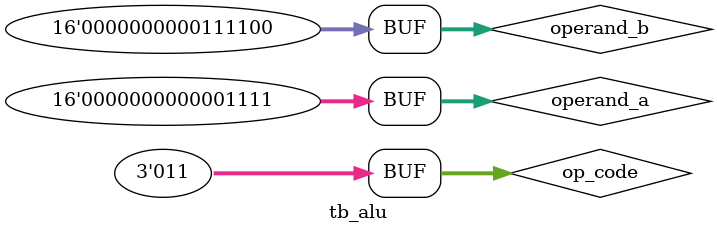
<source format=v>
module tb_alu();

  reg [2:0] op_code;
  reg [15:0] operand_a;
  reg [15:0] operand_b;

  reg [15:0] expected_output;
  //wire carry_out;

  // Instantiate the ALU
  alu test_alu(.code(op_code), .operand1(operand_a), .operand2(operand_b), .result(expected_output));

  // Test case 1 - addition
  initial begin
    op_code = 3'b000;
    operand_a = 8'h05;
    operand_b = 8'h03;
    #1;
    if (expected_output !== 8'h08) begin
      $display("Test case: 1 failed");
    end else begin
      $display("Test case: 1 passed");
    end
  end

  // Test case 2 - subtraction
  initial begin
    op_code = 3'b000;
    operand_a = 8'h05;
    operand_b = 8'h03;
    #1;
    if (expected_output !== 8'h02) begin
      $display("Test case: 2 failed");
    end else begin
      $display("Test case: 2 passed");
    end
  end

  // Test case 3 - bitwise AND
  initial begin
    op_code = 3'b010;
    operand_a = 8'h0F;
    operand_b = 8'h3C;
    #1;
    if (expected_output !== 8'h0C) begin
      $display("Test case: 3 failed");
    end else begin
      $display("Test case: 3 passed");
    end
  end

  // Test case 4 - bitwise OR
  initial begin
    op_code = 3'b011;
    operand_a = 8'h0F;
    operand_b = 8'h3C;
    #1;
    if (expected_output !== 8'h3F) begin
      $display("Test case: 3 failed");
    end else begin
      $display("Test case: 3 passed");
    end
  end

endmodule

</source>
